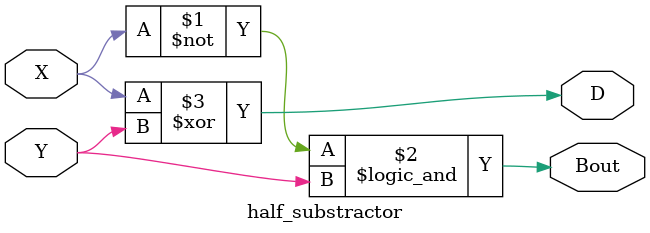
<source format=v>
/* Half Substractor */

module half_substractor ( 
   input X, 
   input Y, 
   output D,
	output Bout);
	assign Bout = ~X && Y;
	assign D = (X ^ Y);
	endmodule

</source>
